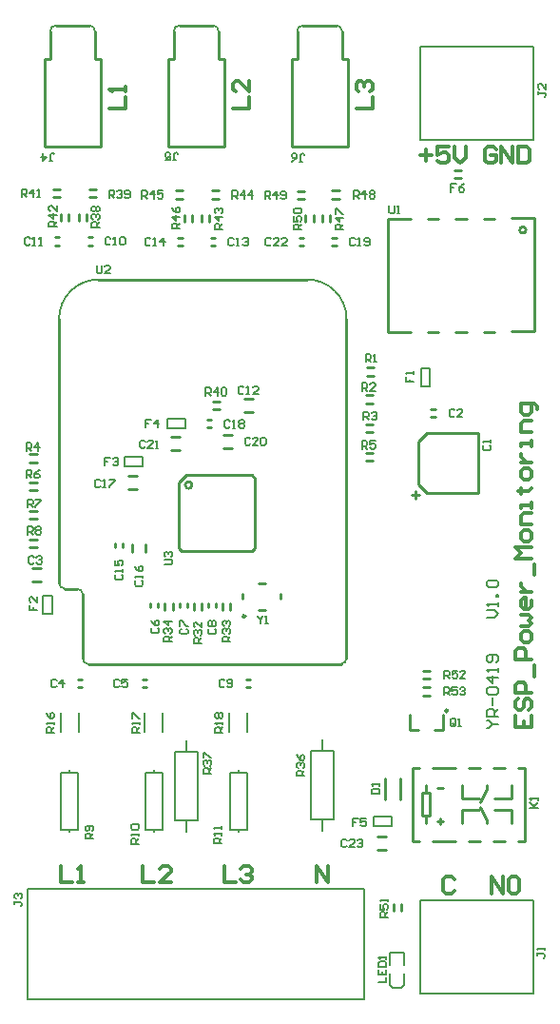
<source format=gto>
G04*
G04 #@! TF.GenerationSoftware,Altium Limited,Altium Designer,19.0.14 (431)*
G04*
G04 Layer_Color=65535*
%FSLAX25Y25*%
%MOIN*%
G70*
G01*
G75*
%ADD10C,0.00787*%
%ADD11C,0.01000*%
%ADD12C,0.00984*%
%ADD13C,0.00500*%
%ADD14C,0.01181*%
D10*
X117716Y118897D02*
G03*
X119685Y120866I0J1969D01*
G01*
X27165D02*
G03*
X29134Y118897I1969J0D01*
G01*
X27165Y143307D02*
G03*
X25197Y145275I-1969J0D01*
G01*
X18898Y147244D02*
G03*
X20866Y145275I1969J0D01*
G01*
X119685Y239764D02*
G03*
X105905Y253543I-13780J0D01*
G01*
X32677D02*
G03*
X18898Y239764I0J-13780D01*
G01*
X17717Y342520D02*
G03*
X15748Y340551I0J-1969D01*
G01*
X31496Y340551D02*
G03*
X29528Y342520I-1969J-0D01*
G01*
X61024D02*
G03*
X59055Y340551I0J-1969D01*
G01*
X74803Y340551D02*
G03*
X72835Y342520I-1969J-0D01*
G01*
X104331Y342520D02*
G03*
X102362Y340551I0J-1969D01*
G01*
X118110Y340551D02*
G03*
X116142Y342520I-1969J-0D01*
G01*
X107220Y64378D02*
X115220D01*
X107220D02*
Y88378D01*
X115220D01*
Y64378D02*
Y88378D01*
X111221Y60378D02*
Y64378D01*
Y88378D02*
Y92378D01*
X59385Y63984D02*
X67385D01*
X59385D02*
Y87984D01*
X67385D01*
Y63984D02*
Y87984D01*
X63385Y59984D02*
Y63984D01*
Y87984D02*
Y91984D01*
X78543Y94980D02*
Y101870D01*
X84842Y94980D02*
Y101870D01*
X49016Y94980D02*
Y101870D01*
X55315Y94980D02*
Y101870D01*
X19488Y94980D02*
Y101870D01*
X25787Y94980D02*
Y101870D01*
X81693Y60866D02*
X84693D01*
Y80866D01*
X78693D02*
X84693D01*
X78693Y60866D02*
Y80866D01*
Y60866D02*
X81693D01*
Y80866D02*
Y81766D01*
Y59966D02*
Y60866D01*
X52165D02*
X55165D01*
Y80866D01*
X49165D02*
X55165D01*
X49165Y60866D02*
Y80866D01*
Y60866D02*
X52165D01*
Y80866D02*
Y81766D01*
Y59966D02*
Y60866D01*
X22638D02*
X25638D01*
Y80866D01*
X19638D02*
X25638D01*
X19638Y60866D02*
Y80866D01*
Y60866D02*
X22638D01*
Y80866D02*
Y81766D01*
Y59966D02*
Y60866D01*
X168899Y96457D02*
X169555D01*
X170867Y97769D01*
X169555Y99080D01*
X168899D01*
X170867Y97769D02*
X172835D01*
Y100392D02*
X168899D01*
Y102360D01*
X169555Y103016D01*
X170867D01*
X171523Y102360D01*
Y100392D01*
Y101704D02*
X172835Y103016D01*
X170867Y104328D02*
Y106952D01*
X169555Y108264D02*
X168899Y108920D01*
Y110232D01*
X169555Y110888D01*
X172179D01*
X172835Y110232D01*
Y108920D01*
X172179Y108264D01*
X169555D01*
X172835Y114167D02*
X168899D01*
X170867Y112200D01*
Y114823D01*
X172835Y116135D02*
Y117447D01*
Y116791D01*
X168899D01*
X169555Y116135D01*
X172179Y119415D02*
X172835Y120071D01*
Y121383D01*
X172179Y122039D01*
X169555D01*
X168899Y121383D01*
Y120071D01*
X169555Y119415D01*
X170211D01*
X170867Y120071D01*
Y122039D01*
X168899Y135158D02*
X171523D01*
X172835Y136470D01*
X171523Y137782D01*
X168899D01*
X172835Y139094D02*
Y140406D01*
Y139750D01*
X168899D01*
X169555Y139094D01*
X172835Y142374D02*
X172179D01*
Y143030D01*
X172835D01*
Y142374D01*
X169555Y145653D02*
X168899Y146309D01*
Y147621D01*
X169555Y148277D01*
X172179D01*
X172835Y147621D01*
Y146309D01*
X172179Y145653D01*
X169555D01*
X104999Y79717D02*
X102244D01*
Y81094D01*
X102703Y81554D01*
X103621D01*
X104080Y81094D01*
Y79717D01*
Y80635D02*
X104999Y81554D01*
X102703Y82472D02*
X102244Y82931D01*
Y83850D01*
X102703Y84309D01*
X103162D01*
X103621Y83850D01*
Y83390D01*
Y83850D01*
X104080Y84309D01*
X104539D01*
X104999Y83850D01*
Y82931D01*
X104539Y82472D01*
X102244Y87064D02*
X102703Y86145D01*
X103621Y85227D01*
X104539D01*
X104999Y85686D01*
Y86604D01*
X104539Y87064D01*
X104080D01*
X103621Y86604D01*
Y85227D01*
X158127Y287029D02*
X156291D01*
Y285651D01*
X157209D01*
X156291D01*
Y284274D01*
X160882Y287029D02*
X159964Y286570D01*
X159046Y285651D01*
Y284733D01*
X159505Y284274D01*
X160423D01*
X160882Y284733D01*
Y285192D01*
X160423Y285651D01*
X159046D01*
X134677Y279532D02*
Y277236D01*
X135136Y276777D01*
X136055D01*
X136514Y277236D01*
Y279532D01*
X137432Y276777D02*
X138350D01*
X137891D01*
Y279532D01*
X137432Y279073D01*
X32130Y258505D02*
Y256210D01*
X32589Y255750D01*
X33508D01*
X33967Y256210D01*
Y258505D01*
X36722Y255750D02*
X34885D01*
X36722Y257587D01*
Y258046D01*
X36263Y258505D01*
X35344D01*
X34885Y258046D01*
X134234Y30116D02*
X131479D01*
Y31494D01*
X131938Y31953D01*
X132857D01*
X133316Y31494D01*
Y30116D01*
Y31035D02*
X134234Y31953D01*
X131479Y34708D02*
Y32871D01*
X132857D01*
X132397Y33790D01*
Y34249D01*
X132857Y34708D01*
X133775D01*
X134234Y34249D01*
Y33331D01*
X133775Y32871D01*
X134234Y35626D02*
Y36545D01*
Y36086D01*
X131479D01*
X131938Y35626D01*
X7891Y173797D02*
Y176552D01*
X9268D01*
X9727Y176093D01*
Y175175D01*
X9268Y174716D01*
X7891D01*
X8809D02*
X9727Y173797D01*
X10646Y176552D02*
X12482D01*
Y176093D01*
X10646Y174257D01*
Y173797D01*
X7435Y184075D02*
Y186830D01*
X8812D01*
X9271Y186371D01*
Y185452D01*
X8812Y184993D01*
X7435D01*
X8353D02*
X9271Y184075D01*
X12026Y186830D02*
X11108Y186371D01*
X10190Y185452D01*
Y184534D01*
X10649Y184075D01*
X11567D01*
X12026Y184534D01*
Y184993D01*
X11567Y185452D01*
X10190D01*
X125160Y194275D02*
Y197030D01*
X126537D01*
X126997Y196571D01*
Y195652D01*
X126537Y195193D01*
X125160D01*
X126078D02*
X126997Y194275D01*
X129752Y197030D02*
X127915D01*
Y195652D01*
X128833Y196112D01*
X129292D01*
X129752Y195652D01*
Y194734D01*
X129292Y194275D01*
X128374D01*
X127915Y194734D01*
X125160Y214563D02*
Y217318D01*
X126537D01*
X126997Y216859D01*
Y215940D01*
X126537Y215481D01*
X125160D01*
X126078D02*
X126997Y214563D01*
X129752D02*
X127915D01*
X129752Y216400D01*
Y216859D01*
X129292Y217318D01*
X128374D01*
X127915Y216859D01*
X7916Y164253D02*
Y167008D01*
X9293D01*
X9752Y166548D01*
Y165630D01*
X9293Y165171D01*
X7916D01*
X8834D02*
X9752Y164253D01*
X10671Y166548D02*
X11130Y167008D01*
X12048D01*
X12507Y166548D01*
Y166089D01*
X12048Y165630D01*
X12507Y165171D01*
Y164712D01*
X12048Y164253D01*
X11130D01*
X10671Y164712D01*
Y165171D01*
X11130Y165630D01*
X10671Y166089D01*
Y166548D01*
X11130Y165630D02*
X12048D01*
X126403Y224643D02*
Y227398D01*
X127781D01*
X128240Y226939D01*
Y226021D01*
X127781Y225562D01*
X126403D01*
X127322D02*
X128240Y224643D01*
X129158D02*
X130077D01*
X129617D01*
Y227398D01*
X129158Y226939D01*
X125616Y204372D02*
Y207127D01*
X126993D01*
X127452Y206668D01*
Y205749D01*
X126993Y205290D01*
X125616D01*
X126534D02*
X127452Y204372D01*
X128371Y206668D02*
X128830Y207127D01*
X129748D01*
X130208Y206668D01*
Y206209D01*
X129748Y205749D01*
X129289D01*
X129748D01*
X130208Y205290D01*
Y204831D01*
X129748Y204372D01*
X128830D01*
X128371Y204831D01*
X7435Y193569D02*
Y196324D01*
X8812D01*
X9271Y195864D01*
Y194946D01*
X8812Y194487D01*
X7435D01*
X8353D02*
X9271Y193569D01*
X11567D02*
Y196324D01*
X10190Y194946D01*
X12026D01*
X130911Y7302D02*
X133666D01*
Y9139D01*
X130911Y11894D02*
Y10057D01*
X133666D01*
Y11894D01*
X132288Y10057D02*
Y10976D01*
X130911Y12812D02*
X133666D01*
Y14190D01*
X133207Y14649D01*
X131370D01*
X130911Y14190D01*
Y12812D01*
X133666Y15567D02*
Y16486D01*
Y16027D01*
X130911D01*
X131370Y15567D01*
X186878Y319341D02*
Y318423D01*
Y318882D01*
X189174D01*
X189633Y318423D01*
Y317964D01*
X189174Y317505D01*
X189633Y322096D02*
Y320260D01*
X187796Y322096D01*
X187337D01*
X186878Y321637D01*
Y320719D01*
X187337Y320260D01*
X186534Y17745D02*
Y16827D01*
Y17286D01*
X188830D01*
X189289Y16827D01*
Y16368D01*
X188830Y15909D01*
X189289Y18664D02*
Y19582D01*
Y19123D01*
X186534D01*
X186993Y18664D01*
X140443Y219505D02*
Y217669D01*
X141821D01*
Y218587D01*
Y217669D01*
X143198D01*
Y220424D02*
Y221342D01*
Y220883D01*
X140443D01*
X140903Y220424D01*
X8401Y139604D02*
Y137767D01*
X9778D01*
Y138686D01*
Y137767D01*
X11156D01*
Y142359D02*
Y140522D01*
X9319Y142359D01*
X8860D01*
X8401Y141900D01*
Y140981D01*
X8860Y140522D01*
X157578Y207686D02*
X157119Y208145D01*
X156201D01*
X155742Y207686D01*
Y205849D01*
X156201Y205390D01*
X157119D01*
X157578Y205849D01*
X160333Y205390D02*
X158497D01*
X160333Y207226D01*
Y207686D01*
X159874Y208145D01*
X158956D01*
X158497Y207686D01*
X167969Y195548D02*
X167510Y195089D01*
Y194170D01*
X167969Y193711D01*
X169806D01*
X170265Y194170D01*
Y195089D01*
X169806Y195548D01*
X170265Y196466D02*
Y197385D01*
Y196925D01*
X167510D01*
X167969Y196466D01*
X10078Y156227D02*
X9618Y156686D01*
X8700D01*
X8241Y156227D01*
Y154390D01*
X8700Y153931D01*
X9618D01*
X10078Y154390D01*
X10996Y156227D02*
X11455Y156686D01*
X12374D01*
X12833Y156227D01*
Y155767D01*
X12374Y155308D01*
X11914D01*
X12374D01*
X12833Y154849D01*
Y154390D01*
X12374Y153931D01*
X11455D01*
X10996Y154390D01*
X88450Y135880D02*
Y135421D01*
X89368Y134502D01*
X90286Y135421D01*
Y135880D01*
X89368Y134502D02*
Y133125D01*
X91205D02*
X92123D01*
X91664D01*
Y135880D01*
X91205Y135421D01*
X55761Y153646D02*
X58057D01*
X58516Y154105D01*
Y155023D01*
X58057Y155482D01*
X55761D01*
X56220Y156401D02*
X55761Y156860D01*
Y157778D01*
X56220Y158237D01*
X56679D01*
X57138Y157778D01*
Y157319D01*
Y157778D01*
X57597Y158237D01*
X58057D01*
X58516Y157778D01*
Y156860D01*
X58057Y156401D01*
X153906Y107951D02*
Y110706D01*
X155284D01*
X155743Y110247D01*
Y109329D01*
X155284Y108870D01*
X153906D01*
X154824D02*
X155743Y107951D01*
X158498Y110706D02*
X156661D01*
Y109329D01*
X157580Y109788D01*
X158039D01*
X158498Y109329D01*
Y108411D01*
X158039Y107951D01*
X157120D01*
X156661Y108411D01*
X159416Y110247D02*
X159875Y110706D01*
X160794D01*
X161253Y110247D01*
Y109788D01*
X160794Y109329D01*
X160335D01*
X160794D01*
X161253Y108870D01*
Y108411D01*
X160794Y107951D01*
X159875D01*
X159416Y108411D01*
X153934Y113836D02*
Y116591D01*
X155312D01*
X155771Y116132D01*
Y115214D01*
X155312Y114755D01*
X153934D01*
X154852D02*
X155771Y113836D01*
X158526Y116591D02*
X156689D01*
Y115214D01*
X157607Y115673D01*
X158067D01*
X158526Y115214D01*
Y114295D01*
X158067Y113836D01*
X157148D01*
X156689Y114295D01*
X161281Y113836D02*
X159444D01*
X161281Y115673D01*
Y116132D01*
X160822Y116591D01*
X159903D01*
X159444Y116132D01*
X103906Y271108D02*
X101151D01*
Y272485D01*
X101611Y272945D01*
X102529D01*
X102988Y272485D01*
Y271108D01*
Y272026D02*
X103906Y272945D01*
X101151Y275700D02*
Y273863D01*
X102529D01*
X102070Y274781D01*
Y275240D01*
X102529Y275700D01*
X103447D01*
X103906Y275240D01*
Y274322D01*
X103447Y273863D01*
X101611Y276618D02*
X101151Y277077D01*
Y277995D01*
X101611Y278455D01*
X103447D01*
X103906Y277995D01*
Y277077D01*
X103447Y276618D01*
X101611D01*
X61161Y271440D02*
X58406D01*
Y272818D01*
X58865Y273277D01*
X59783D01*
X60242Y272818D01*
Y271440D01*
Y272358D02*
X61161Y273277D01*
Y275573D02*
X58406D01*
X59783Y274195D01*
Y276032D01*
X58406Y278787D02*
X58865Y277869D01*
X59783Y276950D01*
X60702D01*
X61161Y277409D01*
Y278328D01*
X60702Y278787D01*
X60242D01*
X59783Y278328D01*
Y276950D01*
X91114Y281771D02*
Y284526D01*
X92491D01*
X92950Y284067D01*
Y283149D01*
X92491Y282690D01*
X91114D01*
X92032D02*
X92950Y281771D01*
X95246D02*
Y284526D01*
X93869Y283149D01*
X95705D01*
X96624Y282230D02*
X97083Y281771D01*
X98001D01*
X98461Y282230D01*
Y284067D01*
X98001Y284526D01*
X97083D01*
X96624Y284067D01*
Y283608D01*
X97083Y283149D01*
X98461D01*
X47974Y281935D02*
Y284690D01*
X49351D01*
X49810Y284231D01*
Y283313D01*
X49351Y282854D01*
X47974D01*
X48892D02*
X49810Y281935D01*
X52106D02*
Y284690D01*
X50729Y283313D01*
X52565D01*
X55321Y284690D02*
X53484D01*
Y283313D01*
X54402Y283772D01*
X54861D01*
X55321Y283313D01*
Y282394D01*
X54861Y281935D01*
X53943D01*
X53484Y282394D01*
X18102Y272028D02*
X15347D01*
Y273405D01*
X15806Y273864D01*
X16725D01*
X17184Y273405D01*
Y272028D01*
Y272946D02*
X18102Y273864D01*
Y276160D02*
X15347D01*
X16725Y274783D01*
Y276619D01*
X18102Y279374D02*
Y277538D01*
X16265Y279374D01*
X15806D01*
X15347Y278915D01*
Y277997D01*
X15806Y277538D01*
X122208Y281918D02*
Y284673D01*
X123585D01*
X124044Y284214D01*
Y283296D01*
X123585Y282837D01*
X122208D01*
X123126D02*
X124044Y281918D01*
X126340D02*
Y284673D01*
X124963Y283296D01*
X126799D01*
X127718Y284214D02*
X128177Y284673D01*
X129095D01*
X129554Y284214D01*
Y283755D01*
X129095Y283296D01*
X129554Y282837D01*
Y282377D01*
X129095Y281918D01*
X128177D01*
X127718Y282377D01*
Y282837D01*
X128177Y283296D01*
X127718Y283755D01*
Y284214D01*
X128177Y283296D02*
X129095D01*
X79648Y281880D02*
Y284635D01*
X81025D01*
X81485Y284176D01*
Y283258D01*
X81025Y282799D01*
X79648D01*
X80566D02*
X81485Y281880D01*
X83780D02*
Y284635D01*
X82403Y283258D01*
X84240D01*
X86536Y281880D02*
Y284635D01*
X85158Y283258D01*
X86995D01*
X5731Y282365D02*
Y285120D01*
X7108D01*
X7568Y284661D01*
Y283742D01*
X7108Y283283D01*
X5731D01*
X6649D02*
X7568Y282365D01*
X9864D02*
Y285120D01*
X8486Y283742D01*
X10323D01*
X11241Y282365D02*
X12159D01*
X11700D01*
Y285120D01*
X11241Y284661D01*
X118492Y271015D02*
X115737D01*
Y272393D01*
X116196Y272852D01*
X117115D01*
X117574Y272393D01*
Y271015D01*
Y271933D02*
X118492Y272852D01*
Y275148D02*
X115737D01*
X117115Y273770D01*
Y275607D01*
X115737Y276525D02*
Y278362D01*
X116196D01*
X118033Y276525D01*
X118492D01*
X76249Y271236D02*
X73494D01*
Y272613D01*
X73954Y273072D01*
X74872D01*
X75331Y272613D01*
Y271236D01*
Y272154D02*
X76249Y273072D01*
Y275368D02*
X73494D01*
X74872Y273991D01*
Y275827D01*
X73954Y276746D02*
X73494Y277205D01*
Y278123D01*
X73954Y278582D01*
X74413D01*
X74872Y278123D01*
Y277664D01*
Y278123D01*
X75331Y278582D01*
X75790D01*
X76249Y278123D01*
Y277205D01*
X75790Y276746D01*
X36363Y282083D02*
Y284838D01*
X37740D01*
X38200Y284379D01*
Y283461D01*
X37740Y283002D01*
X36363D01*
X37281D02*
X38200Y282083D01*
X39118Y284379D02*
X39577Y284838D01*
X40495D01*
X40955Y284379D01*
Y283920D01*
X40495Y283461D01*
X40036D01*
X40495D01*
X40955Y283002D01*
Y282542D01*
X40495Y282083D01*
X39577D01*
X39118Y282542D01*
X41873D02*
X42332Y282083D01*
X43251D01*
X43710Y282542D01*
Y284379D01*
X43251Y284838D01*
X42332D01*
X41873Y284379D01*
Y283920D01*
X42332Y283461D01*
X43710D01*
X33084Y271824D02*
X30329D01*
Y273201D01*
X30788Y273660D01*
X31707D01*
X32166Y273201D01*
Y271824D01*
Y272742D02*
X33084Y273660D01*
X30788Y274579D02*
X30329Y275038D01*
Y275956D01*
X30788Y276415D01*
X31248D01*
X31707Y275956D01*
Y275497D01*
Y275956D01*
X32166Y276415D01*
X32625D01*
X33084Y275956D01*
Y275038D01*
X32625Y274579D01*
X30788Y277334D02*
X30329Y277793D01*
Y278711D01*
X30788Y279170D01*
X31248D01*
X31707Y278711D01*
X32166Y279170D01*
X32625D01*
X33084Y278711D01*
Y277793D01*
X32625Y277334D01*
X32166D01*
X31707Y277793D01*
X31248Y277334D01*
X30788D01*
X31707Y277793D02*
Y278711D01*
X72304Y80492D02*
X69550D01*
Y81870D01*
X70009Y82329D01*
X70927D01*
X71386Y81870D01*
Y80492D01*
Y81411D02*
X72304Y82329D01*
X70009Y83247D02*
X69550Y83706D01*
Y84625D01*
X70009Y85084D01*
X70468D01*
X70927Y84625D01*
Y84166D01*
Y84625D01*
X71386Y85084D01*
X71845D01*
X72304Y84625D01*
Y83706D01*
X71845Y83247D01*
X69550Y86002D02*
Y87839D01*
X70009D01*
X71845Y86002D01*
X72304D01*
X76336Y94878D02*
X73581D01*
Y96255D01*
X74040Y96715D01*
X74958D01*
X75417Y96255D01*
Y94878D01*
Y95796D02*
X76336Y96715D01*
Y97633D02*
Y98551D01*
Y98092D01*
X73581D01*
X74040Y97633D01*
Y99929D02*
X73581Y100388D01*
Y101306D01*
X74040Y101766D01*
X74499D01*
X74958Y101306D01*
X75417Y101766D01*
X75876D01*
X76336Y101306D01*
Y100388D01*
X75876Y99929D01*
X75417D01*
X74958Y100388D01*
X74499Y99929D01*
X74040D01*
X74958Y100388D02*
Y101306D01*
X47182Y94878D02*
X44427D01*
Y96255D01*
X44886Y96715D01*
X45805D01*
X46264Y96255D01*
Y94878D01*
Y95796D02*
X47182Y96715D01*
Y97633D02*
Y98551D01*
Y98092D01*
X44427D01*
X44886Y97633D01*
X44427Y99929D02*
Y101766D01*
X44886D01*
X46723Y99929D01*
X47182D01*
X17146Y94878D02*
X14391D01*
Y96255D01*
X14851Y96715D01*
X15769D01*
X16228Y96255D01*
Y94878D01*
Y95796D02*
X17146Y96715D01*
Y97633D02*
Y98551D01*
Y98092D01*
X14391D01*
X14851Y97633D01*
X14391Y101766D02*
X14851Y100847D01*
X15769Y99929D01*
X16687D01*
X17146Y100388D01*
Y101306D01*
X16687Y101766D01*
X16228D01*
X15769Y101306D01*
Y99929D01*
X75958Y56073D02*
X73203D01*
Y57451D01*
X73662Y57910D01*
X74580D01*
X75039Y57451D01*
Y56073D01*
Y56991D02*
X75958Y57910D01*
Y58828D02*
Y59746D01*
Y59287D01*
X73203D01*
X73662Y58828D01*
X75958Y61124D02*
Y62042D01*
Y61583D01*
X73203D01*
X73662Y61124D01*
X46834Y55896D02*
X44080D01*
Y57273D01*
X44539Y57732D01*
X45457D01*
X45916Y57273D01*
Y55896D01*
Y56814D02*
X46834Y57732D01*
Y58651D02*
Y59569D01*
Y59110D01*
X44080D01*
X44539Y58651D01*
Y60947D02*
X44080Y61406D01*
Y62324D01*
X44539Y62783D01*
X46375D01*
X46834Y62324D01*
Y61406D01*
X46375Y60947D01*
X44539D01*
X30821Y57657D02*
X28066D01*
Y59035D01*
X28525Y59494D01*
X29444D01*
X29903Y59035D01*
Y57657D01*
Y58576D02*
X30821Y59494D01*
X30362Y60413D02*
X30821Y60872D01*
Y61790D01*
X30362Y62249D01*
X28525D01*
X28066Y61790D01*
Y60872D01*
X28525Y60413D01*
X28984D01*
X29444Y60872D01*
Y62249D01*
X58419Y126776D02*
X55664D01*
Y128153D01*
X56123Y128612D01*
X57042D01*
X57501Y128153D01*
Y126776D01*
Y127694D02*
X58419Y128612D01*
X56123Y129531D02*
X55664Y129990D01*
Y130908D01*
X56123Y131368D01*
X56582D01*
X57042Y130908D01*
Y130449D01*
Y130908D01*
X57501Y131368D01*
X57960D01*
X58419Y130908D01*
Y129990D01*
X57960Y129531D01*
X58419Y133663D02*
X55664D01*
X57042Y132286D01*
Y134123D01*
X78999Y126713D02*
X76244D01*
Y128091D01*
X76704Y128550D01*
X77622D01*
X78081Y128091D01*
Y126713D01*
Y127631D02*
X78999Y128550D01*
X76704Y129468D02*
X76244Y129927D01*
Y130845D01*
X76704Y131305D01*
X77163D01*
X77622Y130845D01*
Y130386D01*
Y130845D01*
X78081Y131305D01*
X78540D01*
X78999Y130845D01*
Y129927D01*
X78540Y129468D01*
X76704Y132223D02*
X76244Y132682D01*
Y133600D01*
X76704Y134060D01*
X77163D01*
X77622Y133600D01*
Y133141D01*
Y133600D01*
X78081Y134060D01*
X78540D01*
X78999Y133600D01*
Y132682D01*
X78540Y132223D01*
X68837Y126153D02*
X66082D01*
Y127530D01*
X66541Y127989D01*
X67459D01*
X67918Y127530D01*
Y126153D01*
Y127071D02*
X68837Y127989D01*
X66541Y128908D02*
X66082Y129367D01*
Y130285D01*
X66541Y130745D01*
X67000D01*
X67459Y130285D01*
Y129826D01*
Y130285D01*
X67918Y130745D01*
X68378D01*
X68837Y130285D01*
Y129367D01*
X68378Y128908D01*
X68837Y133500D02*
Y131663D01*
X67000Y133500D01*
X66541D01*
X66082Y133040D01*
Y132122D01*
X66541Y131663D01*
X70268Y212881D02*
Y215636D01*
X71645D01*
X72104Y215177D01*
Y214259D01*
X71645Y213800D01*
X70268D01*
X71186D02*
X72104Y212881D01*
X74400D02*
Y215636D01*
X73023Y214259D01*
X74859D01*
X75778Y215177D02*
X76237Y215636D01*
X77155D01*
X77614Y215177D01*
Y213340D01*
X77155Y212881D01*
X76237D01*
X75778Y213340D01*
Y215177D01*
X157930Y97543D02*
Y99379D01*
X157471Y99839D01*
X156553D01*
X156094Y99379D01*
Y97543D01*
X156553Y97083D01*
X157471D01*
X157012Y98002D02*
X157930Y97083D01*
X157471D02*
X157930Y97543D01*
X158849Y97083D02*
X159767D01*
X159308D01*
Y99839D01*
X158849Y99379D01*
X184014Y68512D02*
X186769D01*
X185851D01*
X184014Y70349D01*
X185392Y68971D01*
X186769Y70349D01*
Y71267D02*
Y72185D01*
Y71726D01*
X184014D01*
X184473Y71267D01*
X3263Y35837D02*
Y34918D01*
Y35377D01*
X5559D01*
X6018Y34918D01*
Y34459D01*
X5559Y34000D01*
X3722Y36755D02*
X3263Y37214D01*
Y38133D01*
X3722Y38592D01*
X4181D01*
X4641Y38133D01*
Y37673D01*
Y38133D01*
X5100Y38592D01*
X5559D01*
X6018Y38133D01*
Y37214D01*
X5559Y36755D01*
X103127Y294894D02*
X104045D01*
X103586D01*
Y297190D01*
X104045Y297649D01*
X104505D01*
X104964Y297190D01*
X100372Y294894D02*
X101290Y295353D01*
X102209Y296272D01*
Y297190D01*
X101750Y297649D01*
X100831D01*
X100372Y297190D01*
Y296731D01*
X100831Y296272D01*
X102209D01*
X58800Y295288D02*
X59719D01*
X59259D01*
Y297584D01*
X59719Y298043D01*
X60178D01*
X60637Y297584D01*
X56045Y295288D02*
X57882D01*
Y296666D01*
X56964Y296207D01*
X56504D01*
X56045Y296666D01*
Y297584D01*
X56504Y298043D01*
X57423D01*
X57882Y297584D01*
X15442Y295012D02*
X16360D01*
X15901D01*
Y297308D01*
X16360Y297767D01*
X16819D01*
X17278Y297308D01*
X13146Y297767D02*
Y295012D01*
X14523Y296390D01*
X12687D01*
X123739Y64852D02*
X121902D01*
Y63475D01*
X122821D01*
X121902D01*
Y62097D01*
X126494Y64852D02*
X124657D01*
Y63475D01*
X125576Y63934D01*
X126035D01*
X126494Y63475D01*
Y62556D01*
X126035Y62097D01*
X125117D01*
X124657Y62556D01*
X51143Y204598D02*
X49307D01*
Y203220D01*
X50225D01*
X49307D01*
Y201842D01*
X53439D02*
Y204598D01*
X52062Y203220D01*
X53899D01*
X36835Y191172D02*
X34998D01*
Y189795D01*
X35917D01*
X34998D01*
Y188417D01*
X37753Y190713D02*
X38212Y191172D01*
X39131D01*
X39590Y190713D01*
Y190254D01*
X39131Y189795D01*
X38672D01*
X39131D01*
X39590Y189336D01*
Y188876D01*
X39131Y188417D01*
X38212D01*
X37753Y188876D01*
X128505Y73441D02*
X131260D01*
Y74819D01*
X130801Y75278D01*
X128964D01*
X128505Y74819D01*
Y73441D01*
X131260Y76196D02*
Y77115D01*
Y76656D01*
X128505D01*
X128964Y76196D01*
X119752Y57006D02*
X119293Y57465D01*
X118375D01*
X117915Y57006D01*
Y55169D01*
X118375Y54710D01*
X119293D01*
X119752Y55169D01*
X122507Y54710D02*
X120670D01*
X122507Y56547D01*
Y57006D01*
X122048Y57465D01*
X121130D01*
X120670Y57006D01*
X123425D02*
X123884Y57465D01*
X124803D01*
X125262Y57006D01*
Y56547D01*
X124803Y56088D01*
X124344D01*
X124803D01*
X125262Y55629D01*
Y55169D01*
X124803Y54710D01*
X123884D01*
X123425Y55169D01*
X93179Y267689D02*
X92720Y268148D01*
X91802D01*
X91343Y267689D01*
Y265852D01*
X91802Y265393D01*
X92720D01*
X93179Y265852D01*
X95934Y265393D02*
X94098D01*
X95934Y267230D01*
Y267689D01*
X95475Y268148D01*
X94557D01*
X94098Y267689D01*
X98689Y265393D02*
X96853D01*
X98689Y267230D01*
Y267689D01*
X98230Y268148D01*
X97312D01*
X96853Y267689D01*
X51012Y267670D02*
X50553Y268129D01*
X49635D01*
X49175Y267670D01*
Y265833D01*
X49635Y265374D01*
X50553D01*
X51012Y265833D01*
X51930Y265374D02*
X52849D01*
X52390D01*
Y268129D01*
X51930Y267670D01*
X55604Y265374D02*
Y268129D01*
X54226Y266752D01*
X56063D01*
X122717Y267696D02*
X122258Y268155D01*
X121339D01*
X120880Y267696D01*
Y265859D01*
X121339Y265400D01*
X122258D01*
X122717Y265859D01*
X123635Y265400D02*
X124554D01*
X124094D01*
Y268155D01*
X123635Y267696D01*
X125931Y265859D02*
X126390Y265400D01*
X127309D01*
X127768Y265859D01*
Y267696D01*
X127309Y268155D01*
X126390D01*
X125931Y267696D01*
Y267236D01*
X126390Y266777D01*
X127768D01*
X80120Y267696D02*
X79660Y268155D01*
X78742D01*
X78283Y267696D01*
Y265859D01*
X78742Y265400D01*
X79660D01*
X80120Y265859D01*
X81038Y265400D02*
X81956D01*
X81497D01*
Y268155D01*
X81038Y267696D01*
X83334D02*
X83793Y268155D01*
X84711D01*
X85170Y267696D01*
Y267237D01*
X84711Y266777D01*
X84252D01*
X84711D01*
X85170Y266318D01*
Y265859D01*
X84711Y265400D01*
X83793D01*
X83334Y265859D01*
X8759Y267894D02*
X8300Y268353D01*
X7381D01*
X6922Y267894D01*
Y266057D01*
X7381Y265598D01*
X8300D01*
X8759Y266057D01*
X9677Y265598D02*
X10595D01*
X10136D01*
Y268353D01*
X9677Y267894D01*
X11973Y265598D02*
X12891D01*
X12432D01*
Y268353D01*
X11973Y267894D01*
X37003Y267917D02*
X36544Y268376D01*
X35625D01*
X35166Y267917D01*
Y266080D01*
X35625Y265621D01*
X36544D01*
X37003Y266080D01*
X37921Y265621D02*
X38840D01*
X38381D01*
Y268376D01*
X37921Y267917D01*
X40217D02*
X40676Y268376D01*
X41595D01*
X42054Y267917D01*
Y266080D01*
X41595Y265621D01*
X40676D01*
X40217Y266080D01*
Y267917D01*
X76912Y113116D02*
X76453Y113575D01*
X75534D01*
X75075Y113116D01*
Y111279D01*
X75534Y110820D01*
X76453D01*
X76912Y111279D01*
X77830D02*
X78289Y110820D01*
X79208D01*
X79667Y111279D01*
Y113116D01*
X79208Y113575D01*
X78289D01*
X77830Y113116D01*
Y112656D01*
X78289Y112197D01*
X79667D01*
X40062Y113116D02*
X39603Y113575D01*
X38685D01*
X38225Y113116D01*
Y111279D01*
X38685Y110820D01*
X39603D01*
X40062Y111279D01*
X42817Y113575D02*
X40980D01*
Y112197D01*
X41899Y112656D01*
X42358D01*
X42817Y112197D01*
Y111279D01*
X42358Y110820D01*
X41440D01*
X40980Y111279D01*
X18042Y113116D02*
X17583Y113575D01*
X16665D01*
X16206Y113116D01*
Y111279D01*
X16665Y110820D01*
X17583D01*
X18042Y111279D01*
X20338Y110820D02*
Y113575D01*
X18961Y112197D01*
X20798D01*
X45893Y148097D02*
X45434Y147638D01*
Y146720D01*
X45893Y146261D01*
X47730D01*
X48189Y146720D01*
Y147638D01*
X47730Y148097D01*
X48189Y149016D02*
Y149934D01*
Y149475D01*
X45434D01*
X45893Y149016D01*
X45434Y153148D02*
X45893Y152230D01*
X46811Y151312D01*
X47730D01*
X48189Y151771D01*
Y152689D01*
X47730Y153148D01*
X47270D01*
X46811Y152689D01*
Y151312D01*
X38963Y150229D02*
X38504Y149770D01*
Y148852D01*
X38963Y148393D01*
X40800D01*
X41259Y148852D01*
Y149770D01*
X40800Y150229D01*
X41259Y151148D02*
Y152066D01*
Y151607D01*
X38504D01*
X38963Y151148D01*
X38504Y155280D02*
Y153444D01*
X39882D01*
X39422Y154362D01*
Y154821D01*
X39882Y155280D01*
X40800D01*
X41259Y154821D01*
Y153903D01*
X40800Y153444D01*
X61776Y131232D02*
X61317Y130772D01*
Y129854D01*
X61776Y129395D01*
X63613D01*
X64072Y129854D01*
Y130772D01*
X63613Y131232D01*
X61317Y132150D02*
Y133987D01*
X61776D01*
X63613Y132150D01*
X64072D01*
X49075Y196786D02*
X48616Y197246D01*
X47697D01*
X47238Y196786D01*
Y194950D01*
X47697Y194491D01*
X48616D01*
X49075Y194950D01*
X51830Y194491D02*
X49993D01*
X51830Y196327D01*
Y196786D01*
X51371Y197246D01*
X50452D01*
X49993Y196786D01*
X52748Y194491D02*
X53666D01*
X53207D01*
Y197246D01*
X52748Y196786D01*
X85873Y197792D02*
X85413Y198251D01*
X84495D01*
X84036Y197792D01*
Y195955D01*
X84495Y195496D01*
X85413D01*
X85873Y195955D01*
X88627Y195496D02*
X86791D01*
X88627Y197333D01*
Y197792D01*
X88168Y198251D01*
X87250D01*
X86791Y197792D01*
X89546D02*
X90005Y198251D01*
X90923D01*
X91382Y197792D01*
Y195955D01*
X90923Y195496D01*
X90005D01*
X89546Y195955D01*
Y197792D01*
X78793Y203902D02*
X78334Y204361D01*
X77415D01*
X76956Y203902D01*
Y202066D01*
X77415Y201606D01*
X78334D01*
X78793Y202066D01*
X79711Y201606D02*
X80629D01*
X80170D01*
Y204361D01*
X79711Y203902D01*
X82007D02*
X82466Y204361D01*
X83385D01*
X83844Y203902D01*
Y203443D01*
X83385Y202984D01*
X83844Y202525D01*
Y202066D01*
X83385Y201606D01*
X82466D01*
X82007Y202066D01*
Y202525D01*
X82466Y202984D01*
X82007Y203443D01*
Y203902D01*
X82466Y202984D02*
X83385D01*
X33360Y183012D02*
X32901Y183471D01*
X31982D01*
X31523Y183012D01*
Y181175D01*
X31982Y180716D01*
X32901D01*
X33360Y181175D01*
X34278Y180716D02*
X35197D01*
X34738D01*
Y183471D01*
X34278Y183012D01*
X36574Y183471D02*
X38411D01*
Y183012D01*
X36574Y181175D01*
Y180716D01*
X51583Y131480D02*
X51124Y131021D01*
Y130102D01*
X51583Y129643D01*
X53420D01*
X53879Y130102D01*
Y131021D01*
X53420Y131480D01*
X51124Y134235D02*
X51583Y133317D01*
X52501Y132398D01*
X53420D01*
X53879Y132857D01*
Y133776D01*
X53420Y134235D01*
X52960D01*
X52501Y133776D01*
Y132398D01*
X71601Y131230D02*
X71142Y130771D01*
Y129853D01*
X71601Y129394D01*
X73438D01*
X73897Y129853D01*
Y130771D01*
X73438Y131230D01*
X71601Y132149D02*
X71142Y132608D01*
Y133526D01*
X71601Y133985D01*
X72060D01*
X72519Y133526D01*
X72978Y133985D01*
X73438D01*
X73897Y133526D01*
Y132608D01*
X73438Y132149D01*
X72978D01*
X72519Y132608D01*
X72060Y132149D01*
X71601D01*
X72519Y132608D02*
Y133526D01*
X83660Y215688D02*
X83201Y216147D01*
X82282D01*
X81823Y215688D01*
Y213851D01*
X82282Y213392D01*
X83201D01*
X83660Y213851D01*
X84578Y213392D02*
X85497D01*
X85037D01*
Y216147D01*
X84578Y215688D01*
X88711Y213392D02*
X86874D01*
X88711Y215229D01*
Y215688D01*
X88252Y216147D01*
X87333D01*
X86874Y215688D01*
D11*
X65528Y181539D02*
G03*
X65528Y181539I-1200J0D01*
G01*
X84251Y135626D02*
G03*
X84251Y135626I-492J0D01*
G01*
X182609Y270867D02*
G03*
X182609Y270867I-1114J0D01*
G01*
X9547Y147638D02*
X12500D01*
X9547Y152362D02*
X12500D01*
X8661Y169842D02*
X11023D01*
X8661Y172598D02*
X11023D01*
X8661Y179724D02*
X11023D01*
X8661Y182480D02*
X11023D01*
X126378Y189960D02*
X128740D01*
X126378Y192716D02*
X128740D01*
X8661Y189567D02*
X11023D01*
X8661Y192323D02*
X11023D01*
X126378Y200000D02*
X128740D01*
X126378Y202756D02*
X128740D01*
X126378Y210236D02*
X128740D01*
X126378Y212992D02*
X128740D01*
X126771Y219882D02*
X129133D01*
X126771Y222638D02*
X129133D01*
X8661Y159842D02*
X11023D01*
X8661Y162598D02*
X11023D01*
X103248Y265354D02*
X104626D01*
X103248Y268110D02*
X104626D01*
X114666Y268110D02*
X116044D01*
X114666Y265354D02*
X116044D01*
X108071Y273622D02*
Y275984D01*
X105315Y273622D02*
Y275984D01*
X113937Y273622D02*
Y275984D01*
X111181Y273622D02*
Y275984D01*
X102363Y284449D02*
X104725D01*
X102363Y281693D02*
X104725D01*
X114684Y281890D02*
X117047D01*
X114684Y284645D02*
X117047D01*
X60686Y265354D02*
X62064D01*
X60686Y268110D02*
X62064D01*
X72398Y281889D02*
X74760D01*
X72398Y284645D02*
X74760D01*
X59801Y284646D02*
X62163D01*
X59801Y281890D02*
X62163D01*
X65509Y273622D02*
Y275984D01*
X62754Y273622D02*
Y275984D01*
X72258Y268110D02*
X73636D01*
X72258Y265355D02*
X73636D01*
X71538Y273648D02*
Y276010D01*
X68782Y273648D02*
Y276010D01*
X17618Y265550D02*
X18995D01*
X17618Y268306D02*
X18995D01*
X29233Y268307D02*
X30611D01*
X29233Y265551D02*
X30611D01*
X22245Y274212D02*
Y276574D01*
X19489Y274212D02*
Y276574D01*
X28544Y274015D02*
Y276377D01*
X25788Y274015D02*
Y276377D01*
X29435Y282283D02*
X31797D01*
X29435Y285039D02*
X31797D01*
X16732Y285039D02*
X19094D01*
X16732Y282283D02*
X19094D01*
X84435Y110827D02*
X85813D01*
X84435Y113583D02*
X85813D01*
X48175Y113583D02*
X49553D01*
X48175Y110827D02*
X49553D01*
X25588D02*
X26966D01*
X25588Y113583D02*
X26966D01*
X78996Y137890D02*
Y140252D01*
X76240Y137890D02*
Y140252D01*
X73925Y138776D02*
Y140154D01*
X71169Y138776D02*
Y140154D01*
X63783Y138776D02*
Y140154D01*
X61027Y138776D02*
Y140154D01*
X68854Y137890D02*
Y140252D01*
X66098Y137890D02*
Y140252D01*
X53641Y138776D02*
Y140154D01*
X50886Y138776D02*
Y140154D01*
X58712Y137890D02*
Y140252D01*
X55957Y137890D02*
Y140252D01*
X70964Y201724D02*
X72342D01*
X70964Y204480D02*
X72342D01*
X76477Y199213D02*
X79430D01*
X76477Y194488D02*
X79430D01*
X41339Y159676D02*
Y161054D01*
X38583Y159676D02*
Y161054D01*
X49213Y157972D02*
Y160925D01*
X44488Y157972D02*
Y160925D01*
X83792Y211811D02*
X86744D01*
X83792Y207087D02*
X86744D01*
X58169Y193684D02*
X61122D01*
X58169Y198408D02*
X61122D01*
X72965Y210847D02*
X75327D01*
X72965Y208091D02*
X75327D01*
X43208Y180118D02*
X46161D01*
X43208Y184843D02*
X46161D01*
X29134Y118897D02*
X117716D01*
X119685Y120866D02*
Y239764D01*
X27165Y120866D02*
Y143307D01*
X20866Y145275D02*
X25197D01*
X18897Y147244D02*
Y239764D01*
X32677Y253563D02*
X105905Y253563D01*
X60883Y182341D02*
X63526Y184984D01*
X86471D01*
X60883Y159397D02*
Y182341D01*
X86471Y184984D02*
X87471Y183901D01*
Y159397D02*
Y183901D01*
X60883Y159397D02*
X61966Y158396D01*
X86471D01*
X87471Y159397D01*
X83267Y141728D02*
Y143303D01*
X88778Y137791D02*
X91141D01*
X96652Y141728D02*
Y143303D01*
X88778Y147240D02*
X91141D01*
X157479Y288976D02*
X159842D01*
X157479Y291732D02*
X159842D01*
X130658Y53740D02*
X133611D01*
X130658Y58464D02*
X133611D01*
X138642Y71456D02*
Y78937D01*
X133130Y71456D02*
Y78937D01*
X146457Y113780D02*
X148819D01*
X146457Y116536D02*
X148819D01*
X146457Y107874D02*
X148819D01*
X146457Y110630D02*
X148819D01*
X153543Y95670D02*
Y101181D01*
X150393Y95670D02*
X153543D01*
X141732D02*
Y101181D01*
Y95670D02*
X144882D01*
X147637Y62992D02*
Y65748D01*
X146063D02*
Y73622D01*
Y65748D02*
X148819D01*
Y73622D01*
X146063D02*
X148819D01*
X147637D02*
Y76377D01*
X166535Y70472D02*
X168897Y75196D01*
Y76377D01*
X160236Y71653D02*
X166141D01*
X160236D02*
Y76377D01*
X177559Y71653D02*
Y76377D01*
X171653Y71653D02*
X177559D01*
X171653Y67716D02*
X177559D01*
Y62992D02*
Y67716D01*
X166535Y68897D02*
X168897Y64173D01*
X160236Y62992D02*
Y67716D01*
X166141D01*
X168897Y62992D02*
Y64173D01*
X142913Y56889D02*
Y82480D01*
X182283Y56889D02*
Y82480D01*
X151574Y63779D02*
X153543D01*
X152559Y62795D02*
Y64763D01*
X151574Y75590D02*
X153543D01*
X142913Y82480D02*
X145275D01*
X150000D02*
X157874D01*
X162599D02*
X166535D01*
X171259D02*
X175197D01*
X179921D02*
X182283D01*
X179921Y56889D02*
X182283D01*
X171259D02*
X175197D01*
X162599D02*
X166535D01*
X150000D02*
X157874D01*
X142913D02*
X145275D01*
X149311Y208071D02*
X150689D01*
X149311Y205315D02*
X150689D01*
X144921Y196850D02*
X147874Y199803D01*
X165787D01*
Y178937D02*
Y199803D01*
X147874Y178937D02*
X165787D01*
X144921Y181890D02*
X147874Y178937D01*
X144921Y181890D02*
Y196850D01*
X142559Y178051D02*
X145216D01*
X143937Y176673D02*
Y179331D01*
X177559Y235434D02*
X185433D01*
X167716Y235237D02*
X171653D01*
X157874D02*
X161811D01*
X148031D02*
X151968D01*
X134252D02*
X142126D01*
X134252Y274804D02*
X142126D01*
X148031D02*
X151968D01*
X157874D02*
X161811D01*
X167716D02*
X171653D01*
X177559Y275001D02*
X185433D01*
X134252Y235434D02*
Y274804D01*
X185433Y235434D02*
Y275001D01*
X17717Y342520D02*
X29528D01*
X15748Y330709D02*
Y340551D01*
X31496Y330709D02*
Y340551D01*
Y330709D02*
X33465D01*
X13780D02*
X15748D01*
X13780Y300000D02*
Y330709D01*
Y300000D02*
X33465D01*
Y330709D01*
X61024Y342520D02*
X72835D01*
X59055Y330709D02*
Y340551D01*
X74803Y330709D02*
Y340551D01*
Y330709D02*
X76772D01*
X57087D02*
X59055D01*
X57087Y300000D02*
Y330709D01*
Y300000D02*
X76772D01*
Y330709D01*
X104331Y342520D02*
X116142D01*
X102362Y330709D02*
Y340551D01*
X118110Y330709D02*
Y340551D01*
Y330709D02*
X120079D01*
X100394D02*
X102362D01*
X100394Y300000D02*
Y330709D01*
Y300000D02*
X120079D01*
Y330709D01*
X136023Y32284D02*
Y34646D01*
X138779Y32284D02*
Y34646D01*
D12*
X155216Y102559D02*
G03*
X155216Y102559I-492J0D01*
G01*
D13*
X13189Y142903D02*
X16364D01*
Y136554D02*
Y142903D01*
X13189Y136554D02*
X16364D01*
X13189D02*
Y142903D01*
X63189Y201548D02*
Y204722D01*
X56839Y201548D02*
X63189D01*
X56839D02*
Y204722D01*
X63189D01*
X48229Y188164D02*
Y191339D01*
X41879Y188164D02*
X48229D01*
X41879D02*
Y191339D01*
X48229D01*
X129159Y62204D02*
Y65379D01*
X135509D01*
Y62204D02*
Y65379D01*
X129159Y62204D02*
X135509D01*
X145841Y216141D02*
X149016D01*
X145841D02*
Y222491D01*
X149016D01*
Y216141D02*
Y222491D01*
X7874Y1576D02*
X125984D01*
X7874Y40158D02*
X125984D01*
Y1576D02*
Y40158D01*
X7874Y1576D02*
Y40158D01*
X145669Y335236D02*
X185039D01*
X145669Y302559D02*
Y335236D01*
Y302559D02*
X185039D01*
Y335236D01*
X145669Y36024D02*
X185039D01*
X145669Y3347D02*
Y36024D01*
Y3347D02*
X185039D01*
Y36024D01*
X134901Y17812D02*
X139901D01*
X134901Y6312D02*
X135901Y5312D01*
X138901D02*
X139901Y6312D01*
X135901Y5312D02*
X138901D01*
X139901Y6312D02*
Y10312D01*
Y13312D02*
Y17812D01*
X134901Y6312D02*
Y10312D01*
Y13312D02*
Y17812D01*
D14*
X145669Y297243D02*
X149605D01*
X147637Y299211D02*
Y295275D01*
X155509Y300195D02*
X151573D01*
Y297243D01*
X153541Y298227D01*
X154525D01*
X155509Y297243D01*
Y295275D01*
X154525Y294291D01*
X152557D01*
X151573Y295275D01*
X157476Y300195D02*
Y296259D01*
X159444Y294291D01*
X161412Y296259D01*
Y300195D01*
X172046Y299211D02*
X171062Y300195D01*
X169094D01*
X168110Y299211D01*
Y295275D01*
X169094Y294291D01*
X171062D01*
X172046Y295275D01*
Y297243D01*
X170078D01*
X174014Y294291D02*
Y300195D01*
X177950Y294291D01*
Y300195D01*
X179917D02*
Y294291D01*
X182869D01*
X183853Y295275D01*
Y299211D01*
X182869Y300195D01*
X179917D01*
X36419Y313386D02*
X42323D01*
Y317321D01*
Y319289D02*
Y321257D01*
Y320273D01*
X36419D01*
X37403Y319289D01*
X79726Y313386D02*
X85630D01*
Y317321D01*
Y323225D02*
Y319289D01*
X81694Y323225D01*
X80710D01*
X79726Y322241D01*
Y320273D01*
X80710Y319289D01*
X123033Y313386D02*
X128937D01*
Y317321D01*
X124017Y319289D02*
X123033Y320273D01*
Y322241D01*
X124017Y323225D01*
X125001D01*
X125985Y322241D01*
Y321257D01*
Y322241D01*
X126969Y323225D01*
X127953D01*
X128937Y322241D01*
Y320273D01*
X127953Y319289D01*
X178742Y100786D02*
Y96850D01*
X184646D01*
Y100786D01*
X181694Y96850D02*
Y98818D01*
X179726Y106690D02*
X178742Y105706D01*
Y103738D01*
X179726Y102754D01*
X180710D01*
X181694Y103738D01*
Y105706D01*
X182678Y106690D01*
X183662D01*
X184646Y105706D01*
Y103738D01*
X183662Y102754D01*
X184646Y108658D02*
X178742D01*
Y111609D01*
X179726Y112593D01*
X181694D01*
X182678Y111609D01*
Y108658D01*
X185630Y114561D02*
Y118497D01*
X184646Y120465D02*
X178742D01*
Y123417D01*
X179726Y124400D01*
X181694D01*
X182678Y123417D01*
Y120465D01*
X184646Y127352D02*
Y129320D01*
X183662Y130304D01*
X181694D01*
X180710Y129320D01*
Y127352D01*
X181694Y126368D01*
X183662D01*
X184646Y127352D01*
X180710Y132272D02*
X183662D01*
X184646Y133256D01*
X183662Y134240D01*
X184646Y135224D01*
X183662Y136208D01*
X180710D01*
X184646Y141127D02*
Y139160D01*
X183662Y138176D01*
X181694D01*
X180710Y139160D01*
Y141127D01*
X181694Y142111D01*
X182678D01*
Y138176D01*
X180710Y144079D02*
X184646D01*
X182678D01*
X181694Y145063D01*
X180710Y146047D01*
Y147031D01*
X185630Y149983D02*
Y153919D01*
X184646Y155886D02*
X178742D01*
X180710Y157854D01*
X178742Y159822D01*
X184646D01*
Y162774D02*
Y164742D01*
X183662Y165726D01*
X181694D01*
X180710Y164742D01*
Y162774D01*
X181694Y161790D01*
X183662D01*
X184646Y162774D01*
Y167694D02*
X180710D01*
Y170645D01*
X181694Y171629D01*
X184646D01*
Y173597D02*
Y175565D01*
Y174581D01*
X180710D01*
Y173597D01*
X179726Y179501D02*
X180710D01*
Y178517D01*
Y180485D01*
Y179501D01*
X183662D01*
X184646Y180485D01*
Y184421D02*
Y186388D01*
X183662Y187372D01*
X181694D01*
X180710Y186388D01*
Y184421D01*
X181694Y183437D01*
X183662D01*
X184646Y184421D01*
X180710Y189340D02*
X184646D01*
X182678D01*
X181694Y190324D01*
X180710Y191308D01*
Y192292D01*
X184646Y195244D02*
Y197212D01*
Y196228D01*
X180710D01*
Y195244D01*
X184646Y200163D02*
X180710D01*
Y203115D01*
X181694Y204099D01*
X184646D01*
X186614Y208035D02*
Y209019D01*
X185630Y210003D01*
X180710D01*
Y207051D01*
X181694Y206067D01*
X183662D01*
X184646Y207051D01*
Y210003D01*
X157479Y43306D02*
X156495Y44289D01*
X154527D01*
X153543Y43306D01*
Y39370D01*
X154527Y38386D01*
X156495D01*
X157479Y39370D01*
X170472Y38386D02*
Y44289D01*
X174408Y38386D01*
Y44289D01*
X179328D02*
X177360D01*
X176376Y43306D01*
Y39370D01*
X177360Y38386D01*
X179328D01*
X180312Y39370D01*
Y43306D01*
X179328Y44289D01*
X109252Y42323D02*
Y48226D01*
X113188Y42323D01*
Y48226D01*
X19685D02*
Y42323D01*
X23621D01*
X25589D02*
X27556D01*
X26573D01*
Y48226D01*
X25589Y47243D01*
X48228Y48226D02*
Y42323D01*
X52164D01*
X58068D02*
X54132D01*
X58068Y46259D01*
Y47243D01*
X57084Y48226D01*
X55116D01*
X54132Y47243D01*
X76772Y48226D02*
Y42323D01*
X80707D01*
X82675Y47243D02*
X83659Y48226D01*
X85627D01*
X86611Y47243D01*
Y46259D01*
X85627Y45275D01*
X84643D01*
X85627D01*
X86611Y44291D01*
Y43307D01*
X85627Y42323D01*
X83659D01*
X82675Y43307D01*
M02*

</source>
